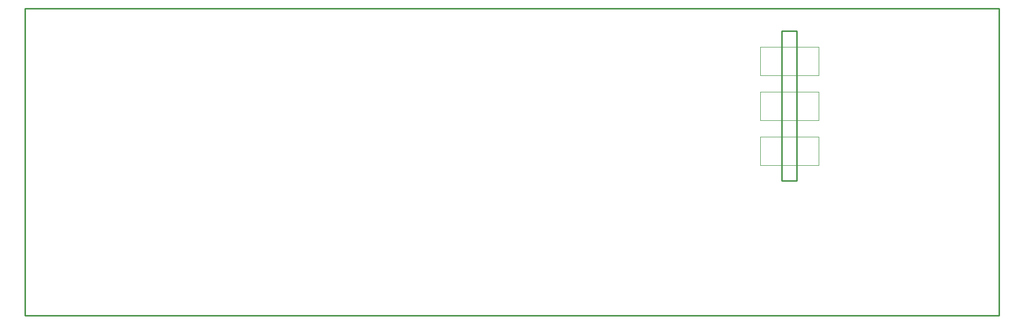
<source format=gm1>
G04*
G04 #@! TF.GenerationSoftware,Altium Limited,CircuitMaker,2.2.1 (2.2.1.6)*
G04*
G04 Layer_Color=16740166*
%FSLAX25Y25*%
%MOIN*%
G70*
G04*
G04 #@! TF.SameCoordinates,7785A121-3EC8-4D8B-A962-A870CC3C064B*
G04*
G04*
G04 #@! TF.FilePolarity,Positive*
G04*
G01*
G75*
%ADD10C,0.01000*%
%ADD39C,0.00394*%
D10*
X605000Y385000D02*
Y485000D01*
X615000D01*
Y385000D02*
Y485000D01*
X605000Y385000D02*
X615000D01*
X100000Y500000D02*
X750000D01*
Y295000D02*
Y500000D01*
X100000Y295000D02*
X750000D01*
X100000D02*
Y500000D01*
D39*
X590500Y395500D02*
X629500D01*
X590500D02*
Y414500D01*
X629500D01*
Y395500D02*
Y414500D01*
X590500Y425500D02*
X629500D01*
X590500D02*
Y444500D01*
X629500D01*
Y425500D02*
Y444500D01*
X590500Y455500D02*
X629500D01*
X590500D02*
Y474500D01*
X629500D01*
Y455500D02*
Y474500D01*
M02*

</source>
